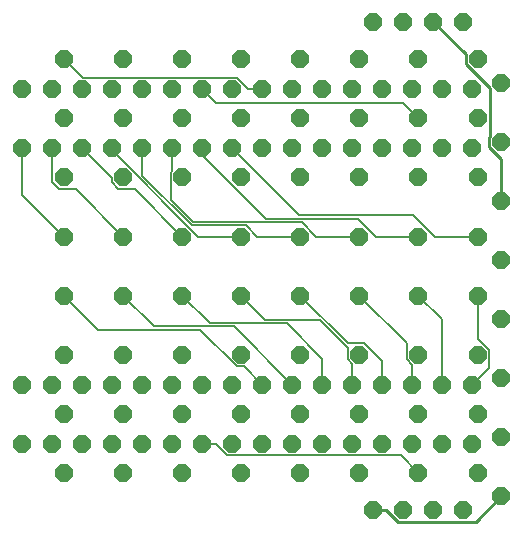
<source format=gbr>
G04 EAGLE Gerber RS-274X export*
G75*
%MOMM*%
%FSLAX34Y34*%
%LPD*%
%INBottom Copper*%
%IPPOS*%
%AMOC8*
5,1,8,0,0,1.08239X$1,22.5*%
G01*
%ADD10P,1.649562X8X22.500000*%
%ADD11P,1.649562X8X202.500000*%
%ADD12C,0.152400*%
%ADD13C,0.254000*%


D10*
X50000Y50000D03*
X100000Y50000D03*
X150000Y50000D03*
X200000Y50000D03*
X250000Y50000D03*
X300000Y50000D03*
X350000Y50000D03*
X400000Y50000D03*
X50000Y100000D03*
X100000Y100000D03*
X150000Y100000D03*
X200000Y100000D03*
X250000Y100000D03*
X300000Y100000D03*
X350000Y100000D03*
X400000Y100000D03*
X50000Y150000D03*
X100000Y150000D03*
X150000Y150000D03*
X200000Y150000D03*
X250000Y150000D03*
X300000Y150000D03*
X350000Y150000D03*
X400000Y150000D03*
X50000Y200000D03*
X100000Y200000D03*
X150000Y200000D03*
X200000Y200000D03*
X250000Y200000D03*
X300000Y200000D03*
X350000Y200000D03*
X400000Y200000D03*
X50000Y250000D03*
X100000Y250000D03*
X150000Y250000D03*
X200000Y250000D03*
X250000Y250000D03*
X300000Y250000D03*
X350000Y250000D03*
X400000Y250000D03*
X50000Y300000D03*
X100000Y300000D03*
X150000Y300000D03*
X200000Y300000D03*
X250000Y300000D03*
X300000Y300000D03*
X350000Y300000D03*
X400000Y300000D03*
X50000Y350000D03*
X100000Y350000D03*
X150000Y350000D03*
X200000Y350000D03*
X250000Y350000D03*
X300000Y350000D03*
X350000Y350000D03*
X400000Y350000D03*
X50000Y400000D03*
X100000Y400000D03*
X150000Y400000D03*
X200000Y400000D03*
X250000Y400000D03*
X300000Y400000D03*
X350000Y400000D03*
X400000Y400000D03*
D11*
X420000Y30000D03*
X420000Y80000D03*
X420000Y130000D03*
X420000Y180000D03*
X420000Y230000D03*
X420000Y330000D03*
X420000Y280000D03*
X420000Y380000D03*
D10*
X14500Y74700D03*
X39900Y74700D03*
X65300Y74700D03*
X90700Y74700D03*
X116100Y74700D03*
X141500Y74700D03*
X166900Y74700D03*
X192300Y74700D03*
X217700Y74700D03*
X243100Y74700D03*
X268500Y74700D03*
X293900Y74700D03*
X319300Y74700D03*
X344700Y74700D03*
X370100Y74700D03*
X395500Y74700D03*
X14500Y124700D03*
X39900Y124700D03*
X65300Y124700D03*
X90700Y124700D03*
X116100Y124700D03*
X141500Y124700D03*
X166900Y124700D03*
X192300Y124700D03*
X217700Y124700D03*
X243100Y124700D03*
X268500Y124700D03*
X293900Y124700D03*
X319300Y124700D03*
X344700Y124700D03*
X370100Y124700D03*
X395500Y124700D03*
X14500Y324700D03*
X39900Y324700D03*
X65300Y324700D03*
X90700Y324700D03*
X116100Y324700D03*
X141500Y324700D03*
X166900Y324700D03*
X192300Y324700D03*
X217700Y324700D03*
X243100Y324700D03*
X268500Y324700D03*
X293900Y324700D03*
X319300Y324700D03*
X344700Y324700D03*
X370100Y324700D03*
X395500Y324700D03*
X14500Y374700D03*
X39900Y374700D03*
X65300Y374700D03*
X90700Y374700D03*
X116100Y374700D03*
X141500Y374700D03*
X166900Y374700D03*
X192300Y374700D03*
X217700Y374700D03*
X243100Y374700D03*
X268500Y374700D03*
X293900Y374700D03*
X319300Y374700D03*
X344700Y374700D03*
X370100Y374700D03*
X395500Y374700D03*
X311900Y18700D03*
X337300Y18700D03*
X362700Y18700D03*
X388100Y18700D03*
X311900Y431700D03*
X337300Y431700D03*
X362700Y431700D03*
X388100Y431700D03*
D12*
X78782Y171218D02*
X50000Y200000D01*
X196002Y140348D02*
X202052Y140348D01*
X217700Y124700D01*
X196002Y140348D02*
X165132Y171218D01*
X78782Y171218D01*
X50000Y250000D02*
X14500Y285500D01*
X14500Y324700D01*
X100000Y200000D02*
X125988Y174012D01*
X193788Y174012D02*
X243100Y124700D01*
X193788Y174012D02*
X125988Y174012D01*
X100000Y250000D02*
X59652Y290348D01*
X46002Y290348D01*
X39900Y296450D01*
X39900Y324700D01*
X150000Y200000D02*
X173194Y176806D01*
X238400Y176806D01*
X268500Y146706D01*
X268500Y124700D01*
X96002Y290348D02*
X90348Y296002D01*
X109652Y290348D02*
X150000Y250000D01*
X109652Y290348D02*
X96002Y290348D01*
X90348Y296002D02*
X90348Y299652D01*
X65300Y324700D01*
X200000Y200000D02*
X220400Y179600D01*
X266449Y179600D01*
X290348Y146002D02*
X293900Y142450D01*
X293900Y124700D01*
X290348Y146002D02*
X290348Y155701D01*
X266449Y179600D01*
X200000Y250000D02*
X163650Y250000D01*
X90700Y322950D01*
X90700Y324700D01*
X250000Y200000D02*
X290348Y159652D01*
X303998Y159652D01*
X319300Y144350D01*
X319300Y124700D01*
X250000Y250000D02*
X213650Y250000D01*
X203998Y259652D01*
X157949Y259652D01*
X116100Y301501D02*
X116100Y324700D01*
X116100Y301501D02*
X157949Y259652D01*
X340348Y146002D02*
X344700Y141650D01*
X344700Y124700D01*
X340348Y159652D02*
X300000Y200000D01*
X340348Y159652D02*
X340348Y146002D01*
X300000Y250000D02*
X263650Y250000D01*
X251204Y262446D01*
X159107Y262446D01*
X140348Y303998D02*
X141500Y305150D01*
X141500Y324700D01*
X140348Y303998D02*
X140348Y281205D01*
X159107Y262446D01*
X334952Y65048D02*
X350000Y50000D01*
X178650Y74700D02*
X166900Y74700D01*
X178650Y74700D02*
X188302Y65048D01*
X334952Y65048D01*
X370100Y179900D02*
X350000Y200000D01*
X370100Y179900D02*
X370100Y124700D01*
X350000Y250000D02*
X313650Y250000D01*
X298410Y265240D01*
X221110Y265240D02*
X166900Y319450D01*
X166900Y324700D01*
X221110Y265240D02*
X298410Y265240D01*
X350000Y350000D02*
X337200Y362800D01*
X178800Y362800D02*
X166900Y374700D01*
X178800Y362800D02*
X337200Y362800D01*
X400000Y200000D02*
X400000Y163650D01*
X409652Y153998D01*
X409652Y138852D01*
X395500Y124700D01*
X400000Y250000D02*
X363650Y250000D01*
X345616Y268034D01*
X248966Y268034D02*
X192300Y324700D01*
X248966Y268034D02*
X345616Y268034D01*
X65648Y384352D02*
X50000Y400000D01*
X205950Y374700D02*
X217700Y374700D01*
X205950Y374700D02*
X196298Y384352D01*
X65648Y384352D01*
D13*
X311900Y18700D02*
X322932Y18700D01*
X333092Y8540D01*
X398540Y8540D02*
X420000Y30000D01*
X398540Y8540D02*
X333092Y8540D01*
X409840Y325792D02*
X409840Y334208D01*
X420000Y315632D02*
X420000Y280000D01*
X389840Y404560D02*
X362700Y431700D01*
X409840Y325792D02*
X420000Y315632D01*
X389840Y395792D02*
X389840Y404560D01*
X410160Y334528D02*
X409840Y334208D01*
X410160Y334528D02*
X410160Y375472D01*
X389840Y395792D01*
M02*

</source>
